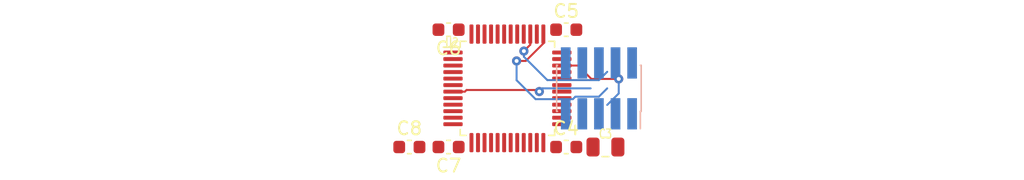
<source format=kicad_pcb>
(kicad_pcb (version 20240108) (generator "pcbnew") (generator_version "8.0")
  (layers (0 "F.Cu" signal "Front") (31 "B.Cu" signal "Back") (34 "B.Paste" user) (35 "F.Paste" user) (36 "B.SilkS" user "B.Silkscreen") (37 "F.SilkS" user "F.Silkscreen") (38 "B.Mask" user) (39 "F.Mask" user) (44 "Edge.Cuts" user))
  (net 0 "")
  (net 1 "usb.gnd")
  (net 2 "reg.pwr_out")
  (net 3 "led.signal")
  (net 4 "mcu.ic.osc.xtal_out")
  (net 5 "mcu.reset_node")
  (net 6 "mcu.ic.osc.xtal_in")
  (net 7 "mcu.swd.tdi")
  (net 8 "mcu.swd_node.swdio")
  (net 9 "mcu.swd_node.swclk")
  (net 10 "mcu.swd.swo")
  (net 11 "bad_zone")
  (footprint "Capacitor_SMD:C_0603_1608Metric" (layer "F.Cu") (at 153 52.5)
    (property "Reference" "C8" (at 0 -1.43 0) (layer "F.SilkS"))
    (property "Value" "50V 1uF X5R ±10% 0603 Multilayer Ceramic Capacitors MLCC - SMD/SMT ROHS")
    (fp_line (start -0.14058 -0.51) (end 0.14058 -0.51) (stroke (width 0.12)) (layer "F.SilkS"))
    (fp_line (start -0.14058 0.51) (end 0.14058 0.51) (stroke (width 0.12)) (layer "F.SilkS"))
    (pad "1" smd roundrect (at -0.775 0) (size 0.9 0.95) (layers "F.Cu" "F.Paste" "F.Mask") (net 2 "reg.pwr_out"))
    (pad "2" smd roundrect (at 0.775 0) (size 0.9 0.95) (layers "F.Cu" "F.Paste" "F.Mask") (net 1 "usb.gnd"))
  )
  (footprint "Capacitor_SMD:C_0603_1608Metric" (layer "F.Cu") (at 156 43.5 180)
    (property "Reference" "C6" (at 0 -1.43 180) (layer "F.SilkS"))
    (property "Value" "50V 100nF X7R ±10% 0603 Multilayer Ceramic Capacitors MLCC - SMD/SMT ROHS")
    (fp_line (start -0.14058 0.51) (end 0.14058 0.51) (stroke (width 0.12)) (layer "F.SilkS"))
    (fp_line (start -0.14058 -0.51) (end 0.14058 -0.51) (stroke (width 0.12)) (layer "F.SilkS"))
    (pad "1" smd roundrect (at -0.775 0 180) (size 0.9 0.95) (layers "F.Cu" "F.Paste" "F.Mask") (net 2 "reg.pwr_out"))
    (pad "2" smd roundrect (at 0.775 0 180) (size 0.9 0.95) (layers "F.Cu" "F.Paste" "F.Mask") (net 1 "usb.gnd"))
  )
  (footprint "Capacitor_SMD:C_0805_2012Metric" (layer "F.Cu") (at 168 52.5)
    (property "Reference" "C3" (at 0 -1 0) (layer "F.SilkS") (effects (font (size 0.7 0.5) (thickness 0.1))))
    (property "Value" "25V 4.7uF X5R ±10% 0805 Multilayer Ceramic Capacitors MLCC - SMD/SMT ROHS")
    (fp_line (start -0.261252 -0.735) (end 0.261252 -0.735) (stroke (width 0.12)) (layer "F.SilkS"))
    (fp_line (start -0.261252 0.735) (end 0.261252 0.735) (stroke (width 0.12)) (layer "F.SilkS"))
    (pad "1" smd roundrect (at -0.95 0) (size 1 1.45) (layers "F.Cu" "F.Paste" "F.Mask") (net 2 "reg.pwr_out"))
    (pad "2" smd roundrect (at 0.95 0) (size 1 1.45) (layers "F.Cu" "F.Paste" "F.Mask") (net 1 "usb.gnd"))
  )
  (footprint "Package_QFP:LQFP-48_7x7mm_P0.5mm" (layer "F.Cu") (at 160.5 48)
    (property "Reference" "U2" (at -4.25 -3.5 0) (layer "F.SilkS") (effects (font (size 0.7 0.5) (thickness 0.1))))
    (property "Value" "STM32F103xxT6")
    (fp_line (start -3.61 -3.61) (end -3.61 -3.16) (stroke (width 0.12)) (layer "F.SilkS"))
    (fp_line (start -3.61 -3.16) (end -4.9 -3.16) (stroke (width 0.12)) (layer "F.SilkS"))
    (fp_line (start -3.61 3.61) (end -3.61 3.16) (stroke (width 0.12)) (layer "F.SilkS"))
    (fp_line (start -3.16 -3.61) (end -3.61 -3.61) (stroke (width 0.12)) (layer "F.SilkS"))
    (fp_line (start -3.16 3.61) (end -3.61 3.61) (stroke (width 0.12)) (layer "F.SilkS"))
    (fp_line (start 3.16 -3.61) (end 3.61 -3.61) (stroke (width 0.12)) (layer "F.SilkS"))
    (fp_line (start 3.16 3.61) (end 3.61 3.61) (stroke (width 0.12)) (layer "F.SilkS"))
    (fp_line (start 3.61 -3.61) (end 3.61 -3.16) (stroke (width 0.12)) (layer "F.SilkS"))
    (fp_line (start 3.61 3.61) (end 3.61 3.16) (stroke (width 0.12)) (layer "F.SilkS"))
    (pad "1" smd roundrect (at -4.1625 -2.75) (size 1.475 0.3) (layers "F.Cu" "F.Paste" "F.Mask") (net 2 "reg.pwr_out"))
    (pad "2" smd roundrect (at -4.1625 -2.25) (size 1.475 0.3) (layers "F.Cu" "F.Paste" "F.Mask"))
    (pad "3" smd roundrect (at -4.1625 -1.75) (size 1.475 0.3) (layers "F.Cu" "F.Paste" "F.Mask"))
    (pad "4" smd roundrect (at -4.1625 -1.25) (size 1.475 0.3) (layers "F.Cu" "F.Paste" "F.Mask"))
    (pad "5" smd roundrect (at -4.1625 -0.75) (size 1.475 0.3) (layers "F.Cu" "F.Paste" "F.Mask") (net 6 "mcu.ic.osc.xtal_in"))
    (pad "6" smd roundrect (at -4.1625 -0.25) (size 1.475 0.3) (layers "F.Cu" "F.Paste" "F.Mask") (net 4 "mcu.ic.osc.xtal_out"))
    (pad "7" smd roundrect (at -4.1625 0.25) (size 1.475 0.3) (layers "F.Cu" "F.Paste" "F.Mask") (net 5 "mcu.reset_node"))
    (pad "8" smd roundrect (at -4.1625 0.75) (size 1.475 0.3) (layers "F.Cu" "F.Paste" "F.Mask") (net 1 "usb.gnd"))
    (pad "9" smd roundrect (at -4.1625 1.25) (size 1.475 0.3) (layers "F.Cu" "F.Paste" "F.Mask") (net 2 "reg.pwr_out"))
    (pad "10" smd roundrect (at -4.1625 1.75) (size 1.475 0.3) (layers "F.Cu" "F.Paste" "F.Mask") (net 3 "led.signal"))
    (pad "11" smd roundrect (at -4.1625 2.25) (size 1.475 0.3) (layers "F.Cu" "F.Paste" "F.Mask"))
    (pad "12" smd roundrect (at -4.1625 2.75) (size 1.475 0.3) (layers "F.Cu" "F.Paste" "F.Mask"))
    (pad "13" smd roundrect (at -2.75 4.1625) (size 0.3 1.475) (layers "F.Cu" "F.Paste" "F.Mask"))
    (pad "14" smd roundrect (at -2.25 4.1625) (size 0.3 1.475) (layers "F.Cu" "F.Paste" "F.Mask"))
    (pad "15" smd roundrect (at -1.75 4.1625) (size 0.3 1.475) (layers "F.Cu" "F.Paste" "F.Mask"))
    (pad "16" smd roundrect (at -1.25 4.1625) (size 0.3 1.475) (layers "F.Cu" "F.Paste" "F.Mask"))
    (pad "17" smd roundrect (at -0.75 4.1625) (size 0.3 1.475) (layers "F.Cu" "F.Paste" "F.Mask"))
    (pad "18" smd roundrect (at -0.25 4.1625) (size 0.3 1.475) (layers "F.Cu" "F.Paste" "F.Mask"))
    (pad "19" smd roundrect (at 0.25 4.1625) (size 0.3 1.475) (layers "F.Cu" "F.Paste" "F.Mask"))
    (pad "20" smd roundrect (at 0.75 4.1625) (size 0.3 1.475) (layers "F.Cu" "F.Paste" "F.Mask"))
    (pad "21" smd roundrect (at 1.25 4.1625) (size 0.3 1.475) (layers "F.Cu" "F.Paste" "F.Mask"))
    (pad "22" smd roundrect (at 1.75 4.1625) (size 0.3 1.475) (layers "F.Cu" "F.Paste" "F.Mask"))
    (pad "23" smd roundrect (at 2.25 4.1625) (size 0.3 1.475) (layers "F.Cu" "F.Paste" "F.Mask") (net 1 "usb.gnd"))
    (pad "24" smd roundrect (at 2.75 4.1625) (size 0.3 1.475) (layers "F.Cu" "F.Paste" "F.Mask") (net 2 "reg.pwr_out"))
    (pad "25" smd roundrect (at 4.1625 2.75) (size 1.475 0.3) (layers "F.Cu" "F.Paste" "F.Mask"))
    (pad "26" smd roundrect (at 4.1625 2.25) (size 1.475 0.3) (layers "F.Cu" "F.Paste" "F.Mask"))
    (pad "27" smd roundrect (at 4.1625 1.75) (size 1.475 0.3) (layers "F.Cu" "F.Paste" "F.Mask"))
    (pad "28" smd roundrect (at 4.1625 1.25) (size 1.475 0.3) (layers "F.Cu" "F.Paste" "F.Mask"))
    (pad "29" smd roundrect (at 4.1625 0.75) (size 1.475 0.3) (layers "F.Cu" "F.Paste" "F.Mask"))
    (pad "30" smd roundrect (at 4.1625 0.25) (size 1.475 0.3) (layers "F.Cu" "F.Paste" "F.Mask"))
    (pad "31" smd roundrect (at 4.1625 -0.25) (size 1.475 0.3) (layers "F.Cu" "F.Paste" "F.Mask"))
    (pad "32" smd roundrect (at 4.1625 -0.75) (size 1.475 0.3) (layers "F.Cu" "F.Paste" "F.Mask"))
    (pad "33" smd roundrect (at 4.1625 -1.25) (size 1.475 0.3) (layers "F.Cu" "F.Paste" "F.Mask"))
    (pad "34" smd roundrect (at 4.1625 -1.75) (size 1.475 0.3) (layers "F.Cu" "F.Paste" "F.Mask") (net 8 "mcu.swd_node.swdio"))
    (pad "35" smd roundrect (at 4.1625 -2.25) (size 1.475 0.3) (layers "F.Cu" "F.Paste" "F.Mask") (net 1 "usb.gnd"))
    (pad "36" smd roundrect (at 4.1625 -2.75) (size 1.475 0.3) (layers "F.Cu" "F.Paste" "F.Mask") (net 2 "reg.pwr_out"))
    (pad "37" smd roundrect (at 2.75 -4.1625) (size 0.3 1.475) (layers "F.Cu" "F.Paste" "F.Mask") (net 9 "mcu.swd_node.swclk"))
    (pad "38" smd roundrect (at 2.25 -4.1625) (size 0.3 1.475) (layers "F.Cu" "F.Paste" "F.Mask"))
    (pad "39" smd roundrect (at 1.75 -4.1625) (size 0.3 1.475) (layers "F.Cu" "F.Paste" "F.Mask"))
    (pad "40" smd roundrect (at 1.25 -4.1625) (size 0.3 1.475) (layers "F.Cu" "F.Paste" "F.Mask"))
    (pad "41" smd roundrect (at 0.75 -4.1625) (size 0.3 1.475) (layers "F.Cu" "F.Paste" "F.Mask"))
    (pad "42" smd roundrect (at 0.25 -4.1625) (size 0.3 1.475) (layers "F.Cu" "F.Paste" "F.Mask"))
    (pad "43" smd roundrect (at -0.25 -4.1625) (size 0.3 1.475) (layers "F.Cu" "F.Paste" "F.Mask"))
    (pad "44" smd roundrect (at -0.75 -4.1625) (size 0.3 1.475) (layers "F.Cu" "F.Paste" "F.Mask") (net 1 "usb.gnd"))
    (pad "45" smd roundrect (at -1.25 -4.1625) (size 0.3 1.475) (layers "F.Cu" "F.Paste" "F.Mask"))
    (pad "46" smd roundrect (at -1.75 -4.1625) (size 0.3 1.475) (layers "F.Cu" "F.Paste" "F.Mask"))
    (pad "47" smd roundrect (at -2.25 -4.1625) (size 0.3 1.475) (layers "F.Cu" "F.Paste" "F.Mask") (net 1 "usb.gnd"))
    (pad "48" smd roundrect (at -2.75 -4.1625) (size 0.3 1.475) (layers "F.Cu" "F.Paste" "F.Mask") (net 2 "reg.pwr_out"))
  )
  (footprint "Capacitor_SMD:C_0603_1608Metric" (layer "F.Cu") (at 165 43.5)
    (property "Reference" "C5" (at 0 -1.43 0) (layer "F.SilkS"))
    (property "Value" "50V 100nF X7R ±10% 0603 Multilayer Ceramic Capacitors MLCC - SMD/SMT ROHS")
    (fp_line (start -0.14058 -0.51) (end 0.14058 -0.51) (stroke (width 0.12)) (layer "F.SilkS"))
    (fp_line (start -0.14058 0.51) (end 0.14058 0.51) (stroke (width 0.12)) (layer "F.SilkS"))
    (pad "1" smd roundrect (at -0.775 0) (size 0.9 0.95) (layers "F.Cu" "F.Paste" "F.Mask") (net 2 "reg.pwr_out"))
    (pad "2" smd roundrect (at 0.775 0) (size 0.9 0.95) (layers "F.Cu" "F.Paste" "F.Mask") (net 1 "usb.gnd"))
  )
  (footprint "Capacitor_SMD:C_0603_1608Metric" (layer "F.Cu") (at 156 52.5 180)
    (property "Reference" "C7" (at 0 -1.43 180) (layer "F.SilkS"))
    (property "Value" "50V 10nF X7R ±10% 0603 Multilayer Ceramic Capacitors MLCC - SMD/SMT ROHS")
    (fp_line (start -0.14058 0.51) (end 0.14058 0.51) (stroke (width 0.12)) (layer "F.SilkS"))
    (fp_line (start -0.14058 -0.51) (end 0.14058 -0.51) (stroke (width 0.12)) (layer "F.SilkS"))
    (pad "1" smd roundrect (at -0.775 0 180) (size 0.9 0.95) (layers "F.Cu" "F.Paste" "F.Mask") (net 2 "reg.pwr_out"))
    (pad "2" smd roundrect (at 0.775 0 180) (size 0.9 0.95) (layers "F.Cu" "F.Paste" "F.Mask") (net 1 "usb.gnd"))
  )
  (footprint "Capacitor_SMD:C_0603_1608Metric" (layer "F.Cu") (at 165 52.5)
    (property "Reference" "C4" (at 0 -1.43 0) (layer "F.SilkS"))
    (property "Value" "50V 100nF X7R ±10% 0603 Multilayer Ceramic Capacitors MLCC - SMD/SMT ROHS")
    (fp_line (start -0.14058 -0.51) (end 0.14058 -0.51) (stroke (width 0.12)) (layer "F.SilkS"))
    (fp_line (start -0.14058 0.51) (end 0.14058 0.51) (stroke (width 0.12)) (layer "F.SilkS"))
    (pad "1" smd roundrect (at -0.775 0) (size 0.9 0.95) (layers "F.Cu" "F.Paste" "F.Mask") (net 2 "reg.pwr_out"))
    (pad "2" smd roundrect (at 0.775 0) (size 0.9 0.95) (layers "F.Cu" "F.Paste" "F.Mask") (net 1 "usb.gnd"))
  )
  (footprint "Connector_PinHeader_1.27mm:PinHeader_2x05_P1.27mm_Vertical_SMD" (layer "B.Cu") (at 167.5 48 90)
    (property "Reference" "J2" (hide yes))
    (property "Value" "PinHeader1.27 Shrouded 2x5")
    (fp_line (start 1.765 -3.235) (end -1.765 -3.235) (stroke (width 0.12)) (layer "B.SilkS"))
    (fp_line (start 1.765 -3.235) (end 1.765 -3.17) (stroke (width 0.12)) (layer "B.SilkS"))
    (fp_line (start -1.765 -3.235) (end -1.765 -3.17) (stroke (width 0.12)) (layer "B.SilkS"))
    (fp_line (start 1.765 3.17) (end 1.765 3.235) (stroke (width 0.12)) (layer "B.SilkS"))
    (fp_line (start -1.765 3.17) (end -3.09 3.17) (stroke (width 0.12)) (layer "B.SilkS"))
    (fp_line (start -1.765 3.17) (end -1.765 3.235) (stroke (width 0.12)) (layer "B.SilkS"))
    (fp_line (start 1.765 3.235) (end -1.765 3.235) (stroke (width 0.12)) (layer "B.SilkS"))
    (pad "1" smd rect (at -1.95 2.54 90) (size 2.4 0.74) (layers "B.Cu" "B.Paste" "B.Mask") (net 2 "reg.pwr_out"))
    (pad "2" smd rect (at 1.95 2.54 90) (size 2.4 0.74) (layers "B.Cu" "B.Paste" "B.Mask") (net 8 "mcu.swd_node.swdio"))
    (pad "3" smd rect (at -1.95 1.27 90) (size 2.4 0.74) (layers "B.Cu" "B.Paste" "B.Mask") (net 1 "usb.gnd"))
    (pad "4" smd rect (at 1.95 1.27 90) (size 2.4 0.74) (layers "B.Cu" "B.Paste" "B.Mask") (net 9 "mcu.swd_node.swclk"))
    (pad "5" smd rect (at -1.95 0 90) (size 2.4 0.74) (layers "B.Cu" "B.Paste" "B.Mask") (net 1 "usb.gnd"))
    (pad "6" smd rect (at 1.95 0 90) (size 2.4 0.74) (layers "B.Cu" "B.Paste" "B.Mask") (net 10 "mcu.swd.swo"))
    (pad "7" smd rect (at -1.95 -1.27 90) (size 2.4 0.74) (layers "B.Cu" "B.Paste" "B.Mask"))
    (pad "8" smd rect (at 1.95 -1.27 90) (size 2.4 0.74) (layers "B.Cu" "B.Paste" "B.Mask") (net 7 "mcu.swd.tdi"))
    (pad "9" smd rect (at -1.95 -2.54 90) (size 2.4 0.74) (layers "B.Cu" "B.Paste" "B.Mask") (net 1 "usb.gnd"))
    (pad "10" smd rect (at 1.95 -2.54 90) (size 2.4 0.74) (layers "B.Cu" "B.Paste" "B.Mask") (net 5 "mcu.reset_node"))
  )
  (segment (start 157.25 48.25) (end 156.3375 48.25) (width 0.15) (layer "F.Cu") (net 5))
  (segment (start 157.3745 48.1255) (end 157.25 48.25) (width 0.15) (layer "F.Cu") (net 5))
  (segment (start 162.9414 48.2437) (end 162.8232 48.1255) (width 0.15) (layer "F.Cu") (net 5))
  (segment (start 162.8232 48.1255) (end 157.3745 48.1255) (width 0.15) (layer "F.Cu") (net 5))
  (via (at 162.9414 48.2437) (size 0.7) (drill 0.3) (layers "F.Cu" "B.Cu") (net 5))
  (segment (start 162.9414 48.2437) (end 163.1851 48) (width 0.15) (layer "B.Cu") (net 5))
  (segment (start 163.1851 48) (end 166.865 48) (width 0.15) (layer "B.Cu") (net 5))
  (segment (start 169.0153 47.2768) (end 166.9227 47.2768) (width 0.15) (layer "F.Cu") (net 8))
  (segment (start 166.9227 47.2768) (end 165.8959 46.25) (width 0.15) (layer "F.Cu") (net 8))
  (segment (start 165.8959 46.25) (end 164.6625 46.25) (width 0.15) (layer "F.Cu") (net 8))
  (via (at 169.0153 47.2768) (size 0.7) (drill 0.3) (layers "F.Cu" "B.Cu") (net 8))
  (segment (start 168.135 49.27) (end 169.0153 48.3897) (width 0.15) (layer "B.Cu") (net 8))
  (segment (start 169.0153 48.3897) (end 169.0153 47.2768) (width 0.15) (layer "B.Cu") (net 8))
  (segment (start 163.25 44.555) (end 161.9074 45.8976) (width 0.15) (layer "F.Cu") (net 9))
  (segment (start 163.25 43.8375) (end 163.25 44.555) (width 0.15) (layer "F.Cu") (net 9))
  (segment (start 161.9074 45.8976) (end 161.2022 45.8976) (width 0.15) (layer "F.Cu") (net 9))
  (via (at 161.2022 45.8976) (size 0.7) (drill 0.3) (layers "F.Cu" "B.Cu") (net 9))
  (segment (start 167.5 48.635) (end 165.6999 48.635) (width 0.15) (layer "B.Cu") (net 9))
  (segment (start 162.6548 48.8296) (end 161.2022 47.377) (width 0.15) (layer "B.Cu") (net 9))
  (segment (start 165.6999 48.635) (end 165.5053 48.8296) (width 0.15) (layer "B.Cu") (net 9))
  (segment (start 168.135 48) (end 167.5 48.635) (width 0.15) (layer "B.Cu") (net 9))
  (segment (start 165.5053 48.8296) (end 162.6548 48.8296) (width 0.15) (layer "B.Cu") (net 9))
  (segment (start 161.2022 47.377) (end 161.2022 45.8976) (width 0.15) (layer "B.Cu") (net 9))
  (segment (start 161.7598 45.1416) (end 162.25 44.6514) (width 0.15) (layer "F.Cu") (net 10))
  (segment (start 162.25 44.6514) (end 162.25 43.8375) (width 0.15) (layer "F.Cu") (net 10))
  (via (at 161.7598 45.1416) (size 0.7) (drill 0.3) (layers "F.Cu" "B.Cu") (net 10))
  (segment (start 163.5503 47.365) (end 161.7598 45.5745) (width 0.15) (layer "B.Cu") (net 10))
  (segment (start 167.5 47.365) (end 163.5503 47.365) (width 0.15) (layer "B.Cu") (net 10))
  (segment (start 168.135 46.73) (end 167.5 47.365) (width 0.15) (layer "B.Cu") (net 10))
  (segment (start 161.7598 45.5745) (end 161.7598 45.1416) (width 0.15) (layer "B.Cu") (net 10))
)
</source>
